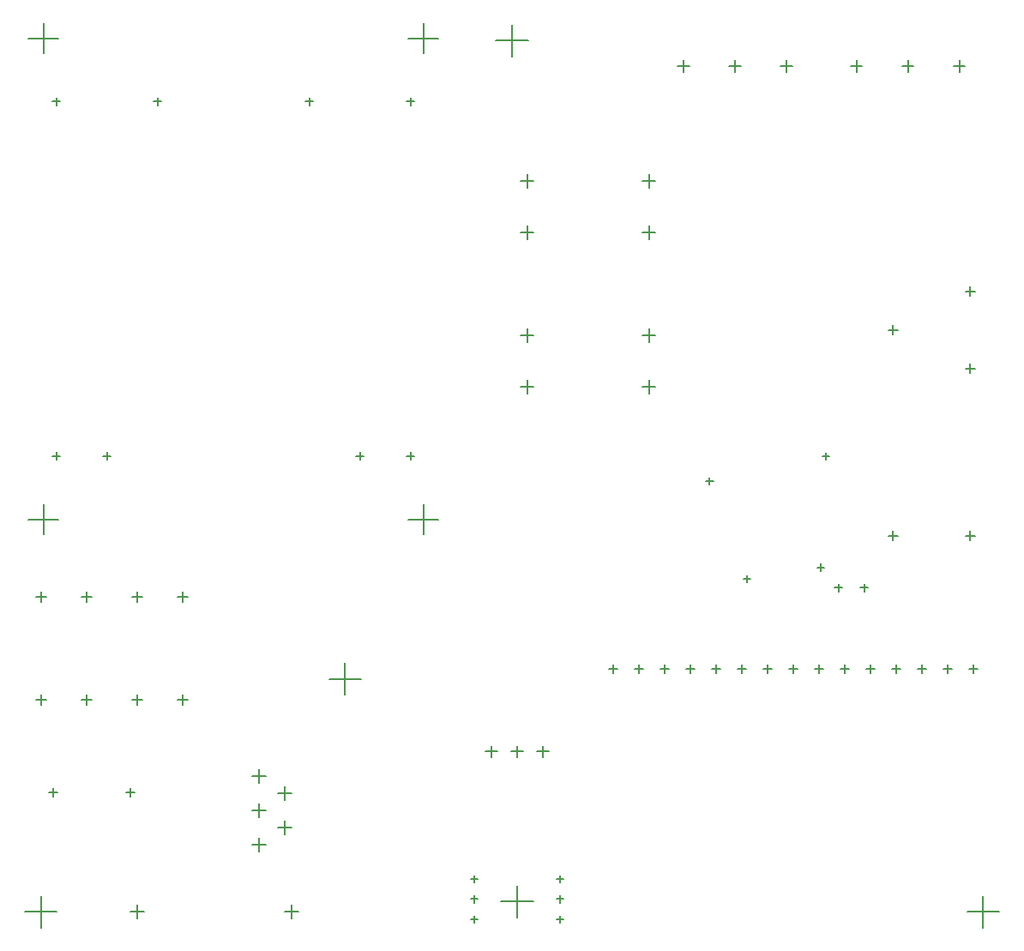
<source format=gbr>
%TF.GenerationSoftware,Altium Limited,Altium Designer,24.0.1 (36)*%
G04 Layer_Color=128*
%FSLAX45Y45*%
%MOMM*%
%TF.SameCoordinates,95B5C6B2-F670-4A0E-B731-85317CB4A22F*%
%TF.FilePolarity,Positive*%
%TF.FileFunction,Drillmap*%
%TF.Part,Single*%
G01*
G75*
%TA.AperFunction,NonConductor*%
%ADD47C,0.12700*%
D47*
X9005500Y2750000D02*
X9090500D01*
X9048000Y2707500D02*
Y2792500D01*
X8751500Y2750000D02*
X8836500D01*
X8794000Y2707500D02*
Y2792500D01*
X8497500Y2750000D02*
X8582500D01*
X8540000Y2707500D02*
Y2792500D01*
X8243500Y2750000D02*
X8328500D01*
X8286000Y2707500D02*
Y2792500D01*
X7989500Y2750000D02*
X8074500D01*
X8032000Y2707500D02*
Y2792500D01*
X6719500Y2750000D02*
X6804500D01*
X6762000Y2707500D02*
Y2792500D01*
X6465500Y2750000D02*
X6550500D01*
X6508000Y2707500D02*
Y2792500D01*
X6211500Y2750000D02*
X6296500D01*
X6254000Y2707500D02*
Y2792500D01*
X5957500Y2750000D02*
X6042500D01*
X6000000Y2707500D02*
Y2792500D01*
X6973500Y2750000D02*
X7058500D01*
X7016000Y2707500D02*
Y2792500D01*
X7227500Y2750000D02*
X7312500D01*
X7270000Y2707500D02*
Y2792500D01*
X7481500Y2750000D02*
X7566500D01*
X7524000Y2707500D02*
Y2792500D01*
X7735500Y2750000D02*
X7820500D01*
X7778000Y2707500D02*
Y2792500D01*
X9259500Y2750000D02*
X9344500D01*
X9302000Y2707500D02*
Y2792500D01*
X9513500Y2750000D02*
X9598500D01*
X9556000Y2707500D02*
Y2792500D01*
X3192500Y2650000D02*
X3507500D01*
X3350000Y2492500D02*
Y2807500D01*
X9492500Y350000D02*
X9807500D01*
X9650000Y192500D02*
Y507500D01*
X8342500Y8700000D02*
X8457500D01*
X8400000Y8642500D02*
Y8757500D01*
X8850500Y8700000D02*
X8965500D01*
X8908000Y8642500D02*
Y8757500D01*
X9358500Y8700000D02*
X9473500D01*
X9416000Y8642500D02*
Y8757500D01*
X4842500Y8950000D02*
X5157500D01*
X5000000Y8792500D02*
Y9107500D01*
X192500Y350000D02*
X507500D01*
X350000Y192500D02*
Y507500D01*
X6285800Y5534300D02*
X6415800D01*
X6350800Y5469300D02*
Y5599300D01*
X6285800Y6042300D02*
X6415800D01*
X6350800Y5977300D02*
Y6107300D01*
X6285800Y7058300D02*
X6415800D01*
X6350800Y6993300D02*
Y7123300D01*
X6285800Y7566300D02*
X6415800D01*
X6350800Y7501300D02*
Y7631300D01*
X5085800Y5534300D02*
X5215800D01*
X5150800Y5469300D02*
Y5599300D01*
X5085800Y6042300D02*
X5215800D01*
X5150800Y5977300D02*
Y6107300D01*
X5085800Y7058300D02*
X5215800D01*
X5150800Y6993300D02*
Y7123300D01*
X5085800Y7566300D02*
X5215800D01*
X5150800Y7501300D02*
Y7631300D01*
X6634500Y8700000D02*
X6749500D01*
X6692000Y8642500D02*
Y8757500D01*
X7142500Y8700000D02*
X7257500D01*
X7200000Y8642500D02*
Y8757500D01*
X7650500Y8700000D02*
X7765500D01*
X7708000Y8642500D02*
Y8757500D01*
X3975000Y4225000D02*
X4275000D01*
X4125000Y4075000D02*
Y4375000D01*
X225000Y4225000D02*
X525000D01*
X375000Y4075000D02*
Y4375000D01*
X461900Y8350000D02*
X538100D01*
X500000Y8311900D02*
Y8388100D01*
X3961900Y8350000D02*
X4038100D01*
X4000000Y8311900D02*
Y8388100D01*
X1461900Y8350000D02*
X1538100D01*
X1500000Y8311900D02*
Y8388100D01*
X2961900Y8350000D02*
X3038100D01*
X3000000Y8311900D02*
Y8388100D01*
X461900Y4850000D02*
X538100D01*
X500000Y4811900D02*
Y4888100D01*
X3961900Y4850000D02*
X4038100D01*
X4000000Y4811900D02*
Y4888100D01*
X3461900Y4850000D02*
X3538100D01*
X3500000Y4811900D02*
Y4888100D01*
X961900Y4850000D02*
X1038100D01*
X1000000Y4811900D02*
Y4888100D01*
X225000Y8975000D02*
X525000D01*
X375000Y8825000D02*
Y9125000D01*
X3975000Y8975000D02*
X4275000D01*
X4125000Y8825000D02*
Y9125000D01*
X9477500Y6477000D02*
X9572500D01*
X9525000Y6429500D02*
Y6524500D01*
X9477500Y5715000D02*
X9572500D01*
X9525000Y5667500D02*
Y5762500D01*
X8715500Y6096000D02*
X8810500D01*
X8763000Y6048500D02*
Y6143500D01*
X9477500Y4064000D02*
X9572500D01*
X9525000Y4016500D02*
Y4111500D01*
X8715500Y4064000D02*
X8810500D01*
X8763000Y4016500D02*
Y4111500D01*
X5246500Y1931666D02*
X5361500D01*
X5304000Y1874166D02*
Y1989166D01*
X4992500Y1931700D02*
X5107500D01*
X5050000Y1874200D02*
Y1989200D01*
X4738500Y1931700D02*
X4853500D01*
X4796000Y1874200D02*
Y1989200D01*
X4892500Y450000D02*
X5207500D01*
X5050000Y292500D02*
Y607500D01*
X8185500Y3550000D02*
X8260501D01*
X8223000Y3512499D02*
Y3587501D01*
X8439500Y3550000D02*
X8514501D01*
X8477000Y3512499D02*
Y3587501D01*
X1247500Y2442000D02*
X1352500D01*
X1300000Y2389500D02*
Y2494500D01*
X1247500Y3458000D02*
X1352500D01*
X1300000Y3405500D02*
Y3510500D01*
X1188500Y1529215D02*
X1273501D01*
X1231000Y1486714D02*
Y1571715D01*
X426500Y1529215D02*
X511501D01*
X469000Y1486714D02*
Y1571715D01*
X747500Y2442000D02*
X852500D01*
X800000Y2389500D02*
Y2494500D01*
X747500Y3458000D02*
X852500D01*
X800000Y3405500D02*
Y3510500D01*
X297500Y2442000D02*
X402500D01*
X350000Y2389500D02*
Y2494500D01*
X297500Y3458000D02*
X402500D01*
X350000Y3405500D02*
Y3510500D01*
X1697500Y3458000D02*
X1802500D01*
X1750000Y3405500D02*
Y3510500D01*
X1697500Y2442000D02*
X1802500D01*
X1750000Y2389500D02*
Y2494500D01*
X2432500Y1690000D02*
X2567500D01*
X2500000Y1622500D02*
Y1757500D01*
X2692500Y1520000D02*
X2827500D01*
X2760000Y1452500D02*
Y1587500D01*
X2432500Y1350000D02*
X2567500D01*
X2500000Y1282500D02*
Y1417500D01*
X2692500Y1180000D02*
X2827500D01*
X2760000Y1112500D02*
Y1247500D01*
X2432500Y1010000D02*
X2567500D01*
X2500000Y942500D02*
Y1077500D01*
X1230214Y350000D02*
X1365214D01*
X1297714Y282500D02*
Y417500D01*
X2754214Y350000D02*
X2889214D01*
X2821714Y282500D02*
Y417500D01*
X4589440Y275000D02*
X4660560D01*
X4625000Y239440D02*
Y310560D01*
X4589440Y475000D02*
X4660560D01*
X4625000Y439440D02*
Y510560D01*
X4589440Y675000D02*
X4660560D01*
X4625000Y639440D02*
Y710560D01*
X5439440Y675000D02*
X5510560D01*
X5475000Y639440D02*
Y710560D01*
X5439440Y475000D02*
X5510560D01*
X5475000Y439440D02*
Y510560D01*
X5439440Y275000D02*
X5510560D01*
X5475000Y239440D02*
Y310560D01*
X7285840Y3638900D02*
X7356960D01*
X7321400Y3603340D02*
Y3674460D01*
X8014440Y3750000D02*
X8085560D01*
X8050000Y3714440D02*
Y3785560D01*
X6914440Y4600000D02*
X6985560D01*
X6950000Y4564440D02*
Y4635560D01*
X8064440Y4850000D02*
X8135560D01*
X8100000Y4814440D02*
Y4885560D01*
%TF.MD5,72a808f959d9b5c0bb0dfc7bf2b7bdca*%
M02*

</source>
